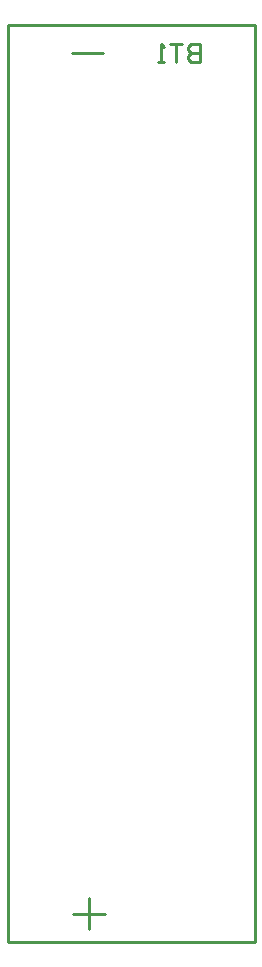
<source format=gbo>
G04 Layer_Color=65535*
%FSLAX24Y24*%
%MOIN*%
G70*
G01*
G75*
%ADD57C,0.0100*%
D57*
X20Y30610D02*
X8248D01*
X20Y20D02*
Y30610D01*
Y20D02*
X8248D01*
Y30610D01*
X6417Y29970D02*
Y29370D01*
X6117D01*
X6017Y29470D01*
Y29570D01*
X6117Y29670D01*
X6417D01*
X6117D01*
X6017Y29770D01*
Y29870D01*
X6117Y29970D01*
X6417D01*
X5818D02*
X5418D01*
X5618D01*
Y29370D01*
X5218D02*
X5018D01*
X5118D01*
Y29970D01*
X5218Y29870D01*
X2205Y985D02*
X3254D01*
X2729Y460D02*
Y1509D01*
X2146Y29685D02*
X3195D01*
M02*

</source>
